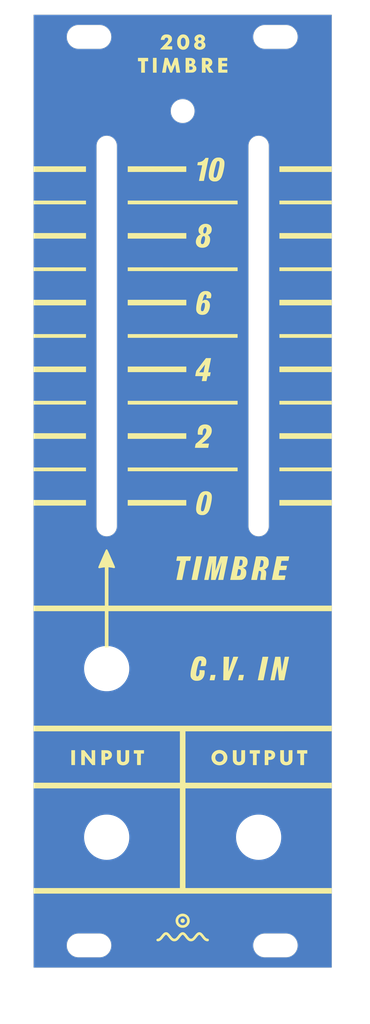
<source format=kicad_pcb>
(kicad_pcb (version 20221018) (generator pcbnew)
  (title_block (title "208 Timbre (ASS Editon)") (rev "1") (company "Triglav Modular") (comment 1 "Circuit by Don Buchla, 1973"))
  (layers (0 "F.Cu" signal) (31 "B.Cu" signal) (34 "B.Paste" user) (35 "F.Paste" user) (36 "B.SilkS" user "B.Silkscreen") (37 "F.SilkS" user "F.Silkscreen") (38 "B.Mask" user) (39 "F.Mask" user) (44 "Edge.Cuts" user))
  (net 0 "")
  (footprint "LOGO" (layer "F.Cu") (at 141.418898 95.549411)
    (fp_text reference "G***" hide)
    (fp_text value "LOGO" hide)
  )
  (footprint "clipboard:8ade9059-73ad-47e3-ba2e-b8e314514bfd" (layer "F.Cu") (at 139.199112 35.559995)
    (fp_text reference "" (at 0 0) (layer "F.SilkS") (effects (font (size 1.27 1.27))))
    (fp_text value "" (at 0 0) (layer "F.SilkS") (effects (font (size 1.27 1.27))))
  )
  (gr_curve (pts (xy 146.349999 141.179248) (xy 146.349999 142.862802) (xy 147.715613 144.228599) (xy 149.400663 144.228599)) (stroke (width 0.01)) (layer "Edge.Cuts"))
  (gr_curve (pts (xy 123.489846 33.267104) (xy 123.489846 34.150791) (xy 124.206216 34.867161) (xy 125.089903 34.867161)) (stroke (width 0.05)) (layer "Edge.Cuts"))
  (gr_line (start 150.270786 34.867161) (end 153.06407 34.867161) (stroke (width 0.05)) (layer "Edge.Cuts"))
  (gr_rect (start 118.986545 30.269995) (end 159.286545 158.769995) (stroke (width 0.05)) (fill none) (layer "Edge.Cuts"))
  (gr_curve (pts (xy 125.823331 141.179248) (xy 125.823331 142.862802) (xy 127.188943 144.228599) (xy 128.873993 144.228599)) (stroke (width 0.01)) (layer "Edge.Cuts"))
  (gr_line (start 127.883187 154.168204) (end 125.089903 154.168204) (stroke (width 0.05)) (layer "Edge.Cuts"))
  (gr_circle (center 139.136545 43.266072) (end 140.736545 43.266072) (stroke (width 0.05)) (fill none) (layer "Edge.Cuts"))
  (gr_curve (pts (xy 129.483244 33.2671) (xy 129.483244 32.383413) (xy 128.766874 31.667043) (xy 127.883187 31.667043)) (stroke (width 0.05)) (layer "Edge.Cuts"))
  (gr_curve (pts (xy 154.664127 33.2671) (xy 154.664127 32.383413) (xy 153.947757 31.667043) (xy 153.06407 31.667043)) (stroke (width 0.05)) (layer "Edge.Cuts"))
  (gr_curve (pts (xy 153.06407 34.867161) (xy 153.947757 34.867161) (xy 154.664127 34.150791) (xy 154.664127 33.267104)) (stroke (width 0.05)) (layer "Edge.Cuts"))
  (gr_curve (pts (xy 153.06407 157.368322) (xy 153.947757 157.368322) (xy 154.664127 156.651952) (xy 154.664127 155.768264)) (stroke (width 0.05)) (layer "Edge.Cuts"))
  (gr_curve (pts (xy 128.873993 144.228599) (xy 130.558381 144.228599) (xy 131.923336 142.862802) (xy 131.923336 141.179248)) (stroke (width 0.01)) (layer "Edge.Cuts"))
  (gr_curve (pts (xy 123.489846 155.768264) (xy 123.489846 156.651952) (xy 124.206216 157.368322) (xy 125.089903 157.368322)) (stroke (width 0.05)) (layer "Edge.Cuts"))
  (gr_curve (pts (xy 148.032212 99.232212) (xy 148.032212 99.98762) (xy 148.644592 100.6) (xy 149.4 100.6)) (stroke (width 0.05)) (layer "Edge.Cuts"))
  (gr_curve (pts (xy 150.270786 31.667043) (xy 149.387099 31.667043) (xy 148.670729 32.383413) (xy 148.670729 33.2671)) (stroke (width 0.05)) (layer "Edge.Cuts"))
  (gr_curve (pts (xy 125.089903 154.168204) (xy 124.206216 154.168204) (xy 123.489846 154.884574) (xy 123.489846 155.768261)) (stroke (width 0.05)) (layer "Edge.Cuts"))
  (gr_curve (pts (xy 152.450003 141.179248) (xy 152.450003 139.494403) (xy 151.085051 138.128606) (xy 149.400663 138.128606)) (stroke (width 0.01)) (layer "Edge.Cuts"))
  (gr_line (start 127.505543 47.967787) (end 127.505543 99.232212) (stroke (width 0.05)) (layer "Edge.Cuts"))
  (gr_line (start 153.06407 154.168204) (end 150.270786 154.168204) (stroke (width 0.05)) (layer "Edge.Cuts"))
  (gr_line (start 130.241122 99.232212) (end 130.241122 47.967787) (stroke (width 0.05)) (layer "Edge.Cuts"))
  (gr_curve (pts (xy 128.873993 121.493768) (xy 130.558381 121.493768) (xy 131.923336 120.12796) (xy 131.923336 118.444407)) (stroke (width 0.01)) (layer "Edge.Cuts"))
  (gr_curve (pts (xy 154.664127 155.768261) (xy 154.664127 154.884574) (xy 153.947757 154.168204) (xy 153.06407 154.168204)) (stroke (width 0.05)) (layer "Edge.Cuts"))
  (gr_curve (pts (xy 149.400663 138.128606) (xy 147.715613 138.128606) (xy 146.349999 139.494403) (xy 146.349999 141.179248)) (stroke (width 0.01)) (layer "Edge.Cuts"))
  (gr_line (start 150.767791 99.232212) (end 150.767791 47.967787) (stroke (width 0.05)) (layer "Edge.Cuts"))
  (gr_curve (pts (xy 129.483244 155.768261) (xy 129.483244 154.884574) (xy 128.766874 154.168204) (xy 127.883187 154.168204)) (stroke (width 0.05)) (layer "Edge.Cuts"))
  (gr_curve (pts (xy 130.241122 47.967787) (xy 130.241122 47.212379) (xy 129.628742 46.6) (xy 128.873334 46.6)) (stroke (width 0.05)) (layer "Edge.Cuts"))
  (gr_line (start 153.06407 31.667043) (end 150.270786 31.667043) (stroke (width 0.05)) (layer "Edge.Cuts"))
  (gr_curve (pts (xy 149.400663 144.228599) (xy 151.085051 144.228599) (xy 152.450003 142.862802) (xy 152.450003 141.179248)) (stroke (width 0.01)) (layer "Edge.Cuts"))
  (gr_curve (pts (xy 150.270786 154.168204) (xy 149.387099 154.168204) (xy 148.670729 154.884574) (xy 148.670729 155.768261)) (stroke (width 0.05)) (layer "Edge.Cuts"))
  (gr_curve (pts (xy 131.923336 118.444407) (xy 131.923336 116.759572) (xy 130.558381 115.393764) (xy 128.873993 115.393764)) (stroke (width 0.01)) (layer "Edge.Cuts"))
  (gr_curve (pts (xy 128.873334 100.6) (xy 129.628742 100.6) (xy 130.241122 99.98762) (xy 130.241122 99.232212)) (stroke (width 0.05)) (layer "Edge.Cuts"))
  (gr_curve (pts (xy 128.873993 138.128606) (xy 127.188943 138.128606) (xy 125.823331 139.494403) (xy 125.823331 141.179248)) (stroke (width 0.01)) (layer "Edge.Cuts"))
  (gr_curve (pts (xy 148.670729 33.267104) (xy 148.670729 34.150791) (xy 149.387099 34.867161) (xy 150.270786 34.867161)) (stroke (width 0.05)) (layer "Edge.Cuts"))
  (gr_curve (pts (xy 148.670729 155.768264) (xy 148.670729 156.651952) (xy 149.387099 157.368322) (xy 150.270786 157.368322)) (stroke (width 0.05)) (layer "Edge.Cuts"))
  (gr_curve (pts (xy 128.873993 115.393764) (xy 127.188943 115.393764) (xy 125.823331 116.759572) (xy 125.823331 118.444407)) (stroke (width 0.01)) (layer "Edge.Cuts"))
  (gr_line (start 150.270786 157.368322) (end 153.06407 157.368322) (stroke (width 0.05)) (layer "Edge.Cuts"))
  (gr_curve (pts (xy 125.089903 31.667043) (xy 124.206216 31.667043) (xy 123.489846 32.383413) (xy 123.489846 33.2671)) (stroke (width 0.05)) (layer "Edge.Cuts"))
  (gr_line (start 125.089903 157.368322) (end 127.883187 157.368322) (stroke (width 0.05)) (layer "Edge.Cuts"))
  (gr_curve (pts (xy 125.823331 118.444407) (xy 125.823331 120.12796) (xy 127.188943 121.493768) (xy 128.873993 121.493768)) (stroke (width 0.01)) (layer "Edge.Cuts"))
  (gr_curve (pts (xy 131.923336 141.179248) (xy 131.923336 139.494403) (xy 130.558381 138.128606) (xy 128.873993 138.128606)) (stroke (width 0.01)) (layer "Edge.Cuts"))
  (gr_line (start 125.089903 34.867161) (end 127.883187 34.867161) (stroke (width 0.05)) (layer "Edge.Cuts"))
  (gr_line (start 148.032212 47.967787) (end 148.032212 99.232212) (stroke (width 0.05)) (layer "Edge.Cuts"))
  (gr_curve (pts (xy 149.4 46.6) (xy 148.644592 46.6) (xy 148.032212 47.212379) (xy 148.032212 47.967787)) (stroke (width 0.05)) (layer "Edge.Cuts"))
  (gr_curve (pts (xy 128.873331 46.6) (xy 128.117923 46.6) (xy 127.505543 47.212379) (xy 127.505543 47.967787)) (stroke (width 0.05)) (layer "Edge.Cuts"))
  (gr_curve (pts (xy 127.505543 99.232212) (xy 127.505543 99.98762) (xy 128.117923 100.6) (xy 128.873331 100.6)) (stroke (width 0.05)) (layer "Edge.Cuts"))
  (gr_curve (pts (xy 127.883187 34.867161) (xy 128.766874 34.867161) (xy 129.483244 34.150791) (xy 129.483244 33.267104)) (stroke (width 0.05)) (layer "Edge.Cuts"))
  (gr_curve (pts (xy 150.767791 47.967787) (xy 150.767791 47.212379) (xy 150.155411 46.6) (xy 149.400003 46.6)) (stroke (width 0.05)) (layer "Edge.Cuts"))
  (gr_line (start 127.883187 31.667043) (end 125.089903 31.667043) (stroke (width 0.05)) (layer "Edge.Cuts"))
  (gr_curve (pts (xy 127.883187 157.368322) (xy 128.766874 157.368322) (xy 129.483244 156.651952) (xy 129.483244 155.768264)) (stroke (width 0.05)) (layer "Edge.Cuts"))
  (gr_curve (pts (xy 149.400003 100.6) (xy 150.155411 100.6) (xy 150.767791 99.98762) (xy 150.767791 99.232212)) (stroke (width 0.05)) (layer "Edge.Cuts"))
  (zone (net 0) (net_name "") (layer "B.Cu") (connect_pads (clearance 0.508)) (min_thickness 0.25) (fill yes (thermal_gap 0.5) (thermal_bridge_width 0.5) (island_removal_mode 1) (island_area_min 10))
    (polygon (pts (xy 161.776745 28.289995) (xy 114.456545 28.289995) (xy 114.456545 162.960795) (xy 117.860145 166.364395) (xy 158.398545 166.364395) (xy 164.443745 160.319195) (xy 164.443745 30.956995)))
  )
)
</source>
